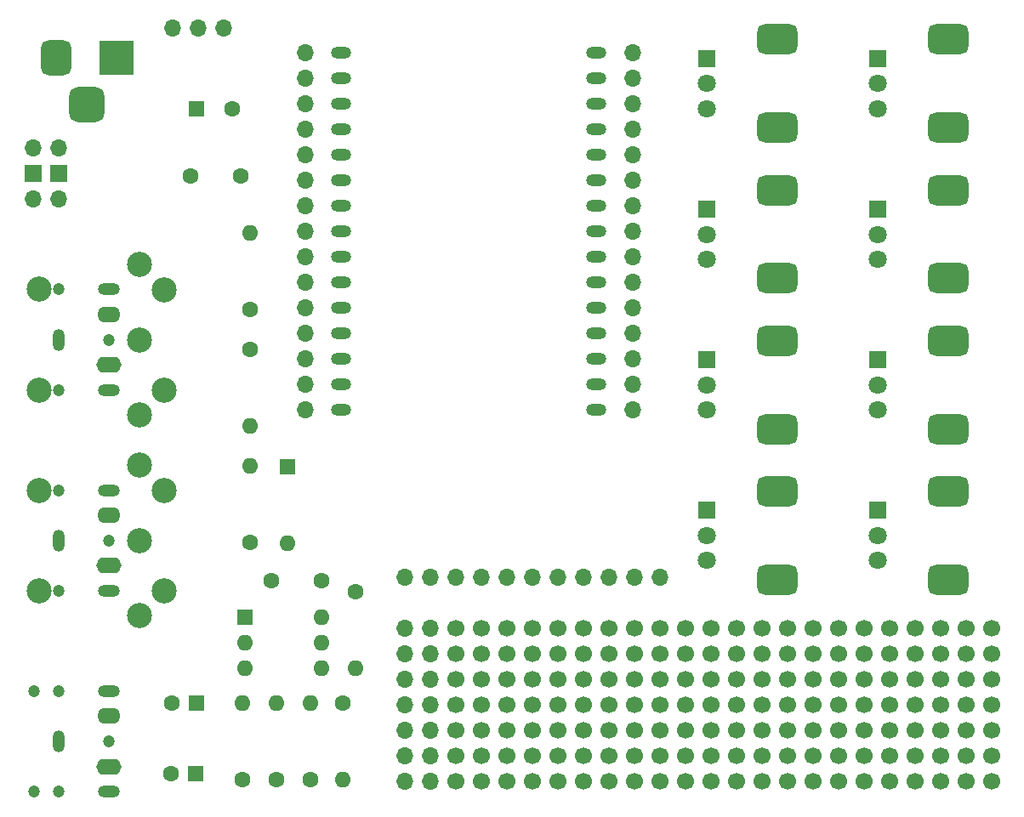
<source format=gbr>
%TF.GenerationSoftware,KiCad,Pcbnew,8.0.5*%
%TF.CreationDate,2024-11-21T14:48:29+00:00*%
%TF.ProjectId,ESP32MozziExperimenterShield,45535033-324d-46f7-9a7a-694578706572,rev?*%
%TF.SameCoordinates,Original*%
%TF.FileFunction,Soldermask,Top*%
%TF.FilePolarity,Negative*%
%FSLAX46Y46*%
G04 Gerber Fmt 4.6, Leading zero omitted, Abs format (unit mm)*
G04 Created by KiCad (PCBNEW 8.0.5) date 2024-11-21 14:48:29*
%MOMM*%
%LPD*%
G01*
G04 APERTURE LIST*
G04 Aperture macros list*
%AMRoundRect*
0 Rectangle with rounded corners*
0 $1 Rounding radius*
0 $2 $3 $4 $5 $6 $7 $8 $9 X,Y pos of 4 corners*
0 Add a 4 corners polygon primitive as box body*
4,1,4,$2,$3,$4,$5,$6,$7,$8,$9,$2,$3,0*
0 Add four circle primitives for the rounded corners*
1,1,$1+$1,$2,$3*
1,1,$1+$1,$4,$5*
1,1,$1+$1,$6,$7*
1,1,$1+$1,$8,$9*
0 Add four rect primitives between the rounded corners*
20,1,$1+$1,$2,$3,$4,$5,0*
20,1,$1+$1,$4,$5,$6,$7,0*
20,1,$1+$1,$6,$7,$8,$9,0*
20,1,$1+$1,$8,$9,$2,$3,0*%
G04 Aperture macros list end*
%ADD10C,1.700000*%
%ADD11R,1.800000X1.800000*%
%ADD12C,1.800000*%
%ADD13RoundRect,0.750000X-1.250000X-0.750000X1.250000X-0.750000X1.250000X0.750000X-1.250000X0.750000X0*%
%ADD14C,2.499360*%
%ADD15C,1.600000*%
%ADD16O,1.600000X1.600000*%
%ADD17R,1.600000X1.600000*%
%ADD18C,1.200000*%
%ADD19O,2.200000X1.200000*%
%ADD20O,2.300000X1.600000*%
%ADD21O,1.200000X2.200000*%
%ADD22O,2.500000X1.600000*%
%ADD23O,1.700000X1.700000*%
%ADD24O,2.000000X1.200000*%
%ADD25R,3.500000X3.500000*%
%ADD26RoundRect,0.750000X-0.750000X-1.000000X0.750000X-1.000000X0.750000X1.000000X-0.750000X1.000000X0*%
%ADD27RoundRect,0.875000X-0.875000X-0.875000X0.875000X-0.875000X0.875000X0.875000X-0.875000X0.875000X0*%
%ADD28R,1.700000X1.700000*%
G04 APERTURE END LIST*
D10*
%TO.C,*%
X96520000Y-121920000D03*
%TD*%
%TO.C,*%
X144780000Y-111760000D03*
%TD*%
D11*
%TO.C,RV8*%
X136000000Y-100000000D03*
D12*
X136000000Y-102500000D03*
X136000000Y-105000000D03*
D13*
X143000000Y-98100000D03*
X143000000Y-106900000D03*
%TD*%
D10*
%TO.C,*%
X99060000Y-114300000D03*
%TD*%
%TO.C,*%
X111760000Y-121920000D03*
%TD*%
%TO.C,*%
X147320000Y-124460000D03*
%TD*%
%TO.C,*%
X124460000Y-114300000D03*
%TD*%
%TO.C,*%
X119380000Y-124460000D03*
%TD*%
%TO.C,*%
X121920000Y-111760000D03*
%TD*%
%TO.C,*%
X106680000Y-127000000D03*
%TD*%
%TO.C,*%
X142240000Y-127000000D03*
%TD*%
D14*
%TO.C,J8*%
X52502300Y-97998740D03*
X52502300Y-108001260D03*
X62497200Y-110498080D03*
X62499740Y-103000000D03*
X62497200Y-95501920D03*
X64999100Y-107996180D03*
X64999100Y-98003820D03*
%TD*%
D10*
%TO.C,*%
X137160000Y-124460000D03*
%TD*%
%TO.C,*%
X119380000Y-116840000D03*
%TD*%
%TO.C,*%
X144780000Y-116840000D03*
%TD*%
%TO.C,*%
X147320000Y-116840000D03*
%TD*%
%TO.C,*%
X139700000Y-124460000D03*
%TD*%
%TO.C,*%
X119380000Y-114300000D03*
%TD*%
%TO.C,*%
X109220000Y-116840000D03*
%TD*%
%TO.C,*%
X127000000Y-111760000D03*
%TD*%
%TO.C,*%
X106680000Y-124460000D03*
%TD*%
%TO.C,*%
X109220000Y-121920000D03*
%TD*%
D15*
%TO.C,R7*%
X82710000Y-119230000D03*
D16*
X82710000Y-126850000D03*
%TD*%
D17*
%TO.C,D2*%
X77220000Y-95650000D03*
D16*
X77220000Y-103270000D03*
%TD*%
D10*
%TO.C,*%
X147320000Y-121920000D03*
%TD*%
%TO.C,*%
X93980000Y-121920000D03*
%TD*%
%TO.C,*%
X124460000Y-116840000D03*
%TD*%
D15*
%TO.C,R2*%
X72710000Y-126830000D03*
D16*
X72710000Y-119210000D03*
%TD*%
D10*
%TO.C,*%
X116840000Y-114300000D03*
%TD*%
%TO.C,*%
X139700000Y-127000000D03*
%TD*%
D11*
%TO.C,RV3*%
X119000000Y-85000000D03*
D12*
X119000000Y-87500000D03*
X119000000Y-90000000D03*
D13*
X126000000Y-83100000D03*
X126000000Y-91900000D03*
%TD*%
D11*
%TO.C,RV4*%
X119000000Y-100000000D03*
D12*
X119000000Y-102500000D03*
X119000000Y-105000000D03*
D13*
X126000000Y-98100000D03*
X126000000Y-106900000D03*
%TD*%
D10*
%TO.C,*%
X134620000Y-127000000D03*
%TD*%
%TO.C,*%
X121920000Y-124460000D03*
%TD*%
%TO.C,*%
X116840000Y-111760000D03*
%TD*%
%TO.C,*%
X119380000Y-121920000D03*
%TD*%
%TO.C,*%
X104140000Y-116840000D03*
%TD*%
%TO.C,*%
X134620000Y-116840000D03*
%TD*%
%TO.C,*%
X96520000Y-119380000D03*
%TD*%
%TO.C,*%
X121920000Y-114300000D03*
%TD*%
%TO.C,*%
X101600000Y-119380000D03*
%TD*%
D17*
%TO.C,C4*%
X68210000Y-60050000D03*
D15*
X71710000Y-60050000D03*
%TD*%
D10*
%TO.C,*%
X137160000Y-116840000D03*
%TD*%
%TO.C,*%
X109220000Y-124460000D03*
%TD*%
%TO.C,*%
X144780000Y-114300000D03*
%TD*%
%TO.C,*%
X142240000Y-121920000D03*
%TD*%
D18*
%TO.C,J6*%
X54500000Y-98000000D03*
X52000000Y-98000000D03*
X59500000Y-103000000D03*
X54500000Y-108000000D03*
X52000000Y-108000000D03*
D19*
X59500000Y-98000000D03*
D20*
X59500000Y-100500000D03*
D21*
X54500000Y-103000000D03*
D19*
X59500000Y-108000000D03*
D22*
X59500000Y-105500000D03*
%TD*%
D23*
%TO.C,J10*%
X91440000Y-111760000D03*
X91440000Y-114300000D03*
X91440000Y-116840000D03*
X91440000Y-119380000D03*
X91440000Y-121920000D03*
X91440000Y-124460000D03*
X91440000Y-127000000D03*
%TD*%
D10*
%TO.C,*%
X116840000Y-116840000D03*
%TD*%
D15*
%TO.C,R9*%
X73500000Y-80000000D03*
D16*
X73500000Y-72380000D03*
%TD*%
D10*
%TO.C,*%
X121920000Y-116840000D03*
%TD*%
%TO.C,*%
X119380000Y-119380000D03*
%TD*%
%TO.C,*%
X147320000Y-114300000D03*
%TD*%
D24*
%TO.C,U1*%
X108000000Y-90000000D03*
X108000000Y-87460000D03*
X108000000Y-84920000D03*
X108000000Y-82380000D03*
X108000000Y-79840000D03*
X108000000Y-77300000D03*
X108000000Y-74760000D03*
X108000000Y-72220000D03*
X108000000Y-69680000D03*
X108000000Y-67140000D03*
X108000000Y-64600000D03*
X108000000Y-62060000D03*
X108000000Y-59520000D03*
X108000000Y-56980000D03*
X108000000Y-54440000D03*
X82600000Y-54440000D03*
X82600000Y-56980000D03*
X82600000Y-59520000D03*
X82600000Y-62060000D03*
X82600000Y-64600000D03*
X82600000Y-67140000D03*
X82600000Y-69680000D03*
X82600000Y-72220000D03*
X82600000Y-74760000D03*
X82600000Y-77300000D03*
X82600000Y-79840000D03*
X82600000Y-82380000D03*
X82600000Y-84920000D03*
X82600000Y-87460000D03*
X82600000Y-90000000D03*
%TD*%
D15*
%TO.C,R6*%
X79500000Y-126840000D03*
D16*
X79500000Y-119220000D03*
%TD*%
D18*
%TO.C,J5*%
X54500000Y-118000000D03*
X52000000Y-118000000D03*
X59500000Y-123000000D03*
X54500000Y-128000000D03*
X52000000Y-128000000D03*
D19*
X59500000Y-118000000D03*
D20*
X59500000Y-120500000D03*
D21*
X54500000Y-123000000D03*
D19*
X59500000Y-128000000D03*
D22*
X59500000Y-125500000D03*
%TD*%
D10*
%TO.C,*%
X106680000Y-121920000D03*
%TD*%
%TO.C,*%
X99060000Y-121920000D03*
%TD*%
D18*
%TO.C,J7*%
X54500000Y-78000000D03*
X52000000Y-78000000D03*
X59500000Y-83000000D03*
X54500000Y-88000000D03*
X52000000Y-88000000D03*
D19*
X59500000Y-78000000D03*
D20*
X59500000Y-80500000D03*
D21*
X54500000Y-83000000D03*
D19*
X59500000Y-88000000D03*
D22*
X59500000Y-85500000D03*
%TD*%
D10*
%TO.C,*%
X99060000Y-111760000D03*
%TD*%
D15*
%TO.C,R10*%
X73500000Y-84000000D03*
D16*
X73500000Y-91620000D03*
%TD*%
D10*
%TO.C,*%
X124460000Y-124460000D03*
%TD*%
D25*
%TO.C,J3*%
X60220000Y-54922500D03*
D26*
X54220000Y-54922500D03*
D27*
X57220000Y-59622500D03*
%TD*%
D10*
%TO.C,*%
X96520000Y-114300000D03*
%TD*%
%TO.C,*%
X93980000Y-119380000D03*
%TD*%
%TO.C,*%
X127000000Y-121920000D03*
%TD*%
%TO.C,*%
X116840000Y-127000000D03*
%TD*%
%TO.C,*%
X132080000Y-127000000D03*
%TD*%
D23*
%TO.C,J13*%
X114300000Y-106680000D03*
X111760000Y-106680000D03*
X109220000Y-106680000D03*
X106680000Y-106680000D03*
X104140000Y-106680000D03*
X101600000Y-106680000D03*
X99060000Y-106680000D03*
X96520000Y-106680000D03*
X93980000Y-106680000D03*
X91440000Y-106680000D03*
X88900000Y-106680000D03*
%TD*%
D10*
%TO.C,*%
X139700000Y-114300000D03*
%TD*%
%TO.C,*%
X96520000Y-127000000D03*
%TD*%
%TO.C,*%
X93980000Y-111760000D03*
%TD*%
%TO.C,*%
X137160000Y-121920000D03*
%TD*%
%TO.C,*%
X142240000Y-116840000D03*
%TD*%
D11*
%TO.C,RV7*%
X136000000Y-85000000D03*
D12*
X136000000Y-87500000D03*
X136000000Y-90000000D03*
D13*
X143000000Y-83100000D03*
X143000000Y-91900000D03*
%TD*%
D10*
%TO.C,*%
X142240000Y-119380000D03*
%TD*%
%TO.C,*%
X111760000Y-119380000D03*
%TD*%
%TO.C,*%
X109220000Y-119380000D03*
%TD*%
%TO.C,*%
X124460000Y-127000000D03*
%TD*%
%TO.C,*%
X127000000Y-124460000D03*
%TD*%
%TO.C,*%
X93980000Y-116840000D03*
%TD*%
D15*
%TO.C,C6*%
X80600000Y-107030000D03*
X75600000Y-107030000D03*
%TD*%
D10*
%TO.C,*%
X124460000Y-121920000D03*
%TD*%
D11*
%TO.C,RV6*%
X136000000Y-70000000D03*
D12*
X136000000Y-72500000D03*
X136000000Y-75000000D03*
D13*
X143000000Y-68100000D03*
X143000000Y-76900000D03*
%TD*%
D10*
%TO.C,*%
X109220000Y-114300000D03*
%TD*%
%TO.C,*%
X137160000Y-119380000D03*
%TD*%
%TO.C,*%
X116840000Y-119380000D03*
%TD*%
%TO.C,*%
X147320000Y-119380000D03*
%TD*%
%TO.C,*%
X129540000Y-121920000D03*
%TD*%
%TO.C,*%
X101600000Y-116840000D03*
%TD*%
%TO.C,*%
X101600000Y-121920000D03*
%TD*%
%TO.C,*%
X139700000Y-116840000D03*
%TD*%
%TO.C,*%
X119380000Y-111760000D03*
%TD*%
%TO.C,*%
X104140000Y-119380000D03*
%TD*%
%TO.C,*%
X139700000Y-119380000D03*
%TD*%
%TO.C,*%
X96520000Y-124460000D03*
%TD*%
%TO.C,*%
X129540000Y-124460000D03*
%TD*%
%TO.C,*%
X101600000Y-111760000D03*
%TD*%
D15*
%TO.C,R11*%
X84000000Y-108080000D03*
D16*
X84000000Y-115700000D03*
%TD*%
D10*
%TO.C,*%
X101600000Y-114300000D03*
%TD*%
%TO.C,*%
X106680000Y-119380000D03*
%TD*%
%TO.C,*%
X129540000Y-116840000D03*
%TD*%
%TO.C,*%
X127000000Y-119380000D03*
%TD*%
%TO.C,*%
X142240000Y-111760000D03*
%TD*%
%TO.C,*%
X132080000Y-116840000D03*
%TD*%
%TO.C,*%
X139700000Y-111760000D03*
%TD*%
%TO.C,*%
X106680000Y-111760000D03*
%TD*%
%TO.C,*%
X114300000Y-111760000D03*
%TD*%
%TO.C,*%
X101600000Y-124460000D03*
%TD*%
%TO.C,*%
X104140000Y-124460000D03*
%TD*%
%TO.C,*%
X111760000Y-116840000D03*
%TD*%
D23*
%TO.C,J2*%
X79000000Y-90000000D03*
X79000000Y-87460000D03*
X79000000Y-84920000D03*
X79000000Y-82380000D03*
X79000000Y-79840000D03*
X79000000Y-77300000D03*
X79000000Y-74760000D03*
X79000000Y-72220000D03*
X79000000Y-69680000D03*
X79000000Y-67140000D03*
X79000000Y-64600000D03*
X79000000Y-62060000D03*
X79000000Y-59520000D03*
X79000000Y-56980000D03*
X79000000Y-54440000D03*
%TD*%
D10*
%TO.C,*%
X121920000Y-121920000D03*
%TD*%
%TO.C,*%
X144780000Y-124460000D03*
%TD*%
D17*
%TO.C,C3*%
X68127626Y-126180000D03*
D15*
X65627626Y-126180000D03*
%TD*%
D10*
%TO.C,*%
X111760000Y-111760000D03*
%TD*%
%TO.C,*%
X134620000Y-121920000D03*
%TD*%
%TO.C,*%
X106680000Y-114300000D03*
%TD*%
%TO.C,*%
X114300000Y-119380000D03*
%TD*%
%TO.C,*%
X132080000Y-119380000D03*
%TD*%
%TO.C,*%
X132080000Y-111760000D03*
%TD*%
D11*
%TO.C,RV5*%
X136000000Y-55000000D03*
D12*
X136000000Y-57500000D03*
X136000000Y-60000000D03*
D13*
X143000000Y-53100000D03*
X143000000Y-61900000D03*
%TD*%
D17*
%TO.C,U2*%
X72980000Y-110640000D03*
D16*
X72980000Y-113180000D03*
X72980000Y-115720000D03*
X80600000Y-115720000D03*
X80600000Y-113180000D03*
X80600000Y-110640000D03*
%TD*%
D23*
%TO.C,J12*%
X54440000Y-69000000D03*
D28*
X54440000Y-66460000D03*
D23*
X54440000Y-63920000D03*
%TD*%
D10*
%TO.C,*%
X129540000Y-114300000D03*
%TD*%
%TO.C,*%
X144780000Y-127000000D03*
%TD*%
%TO.C,*%
X99060000Y-124460000D03*
%TD*%
%TO.C,*%
X114300000Y-121920000D03*
%TD*%
%TO.C,*%
X111760000Y-127000000D03*
%TD*%
%TO.C,*%
X109220000Y-127000000D03*
%TD*%
%TO.C,*%
X142240000Y-114300000D03*
%TD*%
%TO.C,*%
X96520000Y-111760000D03*
%TD*%
%TO.C,*%
X139700000Y-121920000D03*
%TD*%
D15*
%TO.C,R1*%
X76150000Y-126840000D03*
D16*
X76150000Y-119220000D03*
%TD*%
D10*
%TO.C,*%
X119380000Y-127000000D03*
%TD*%
%TO.C,*%
X101600000Y-127000000D03*
%TD*%
%TO.C,*%
X124460000Y-119380000D03*
%TD*%
%TO.C,*%
X93980000Y-114300000D03*
%TD*%
D15*
%TO.C,R8*%
X73500000Y-103220000D03*
D16*
X73500000Y-95600000D03*
%TD*%
D10*
%TO.C,*%
X147320000Y-127000000D03*
%TD*%
%TO.C,*%
X137160000Y-111760000D03*
%TD*%
%TO.C,*%
X144780000Y-121920000D03*
%TD*%
%TO.C,*%
X132080000Y-124460000D03*
%TD*%
D23*
%TO.C,SW1*%
X65820000Y-51970000D03*
X68360000Y-51970000D03*
X70900000Y-51970000D03*
%TD*%
D10*
%TO.C,*%
X104140000Y-121920000D03*
%TD*%
%TO.C,*%
X109220000Y-111760000D03*
%TD*%
%TO.C,*%
X121920000Y-127000000D03*
%TD*%
D15*
%TO.C,C5*%
X67580000Y-66720000D03*
X72580000Y-66720000D03*
%TD*%
D10*
%TO.C,*%
X129540000Y-111760000D03*
%TD*%
%TO.C,*%
X132080000Y-114300000D03*
%TD*%
%TO.C,*%
X127000000Y-114300000D03*
%TD*%
%TO.C,*%
X104140000Y-127000000D03*
%TD*%
D23*
%TO.C,J1*%
X111580000Y-90000000D03*
X111580000Y-87460000D03*
X111580000Y-84920000D03*
X111580000Y-82380000D03*
X111580000Y-79840000D03*
X111580000Y-77300000D03*
X111580000Y-74760000D03*
X111580000Y-72220000D03*
X111580000Y-69680000D03*
X111580000Y-67140000D03*
X111580000Y-64600000D03*
X111580000Y-62060000D03*
X111580000Y-59520000D03*
X111580000Y-56980000D03*
X111580000Y-54440000D03*
%TD*%
D14*
%TO.C,J9*%
X52502300Y-77998740D03*
X52502300Y-88001260D03*
X62497200Y-90498080D03*
X62499740Y-83000000D03*
X62497200Y-75501920D03*
X64999100Y-87996180D03*
X64999100Y-78003820D03*
%TD*%
D10*
%TO.C,*%
X99060000Y-127000000D03*
%TD*%
%TO.C,*%
X93980000Y-127000000D03*
%TD*%
%TO.C,*%
X134620000Y-124460000D03*
%TD*%
%TO.C,*%
X129540000Y-119380000D03*
%TD*%
%TO.C,*%
X106680000Y-116840000D03*
%TD*%
%TO.C,*%
X121920000Y-119380000D03*
%TD*%
%TO.C,*%
X127000000Y-116840000D03*
%TD*%
D23*
%TO.C,J4*%
X88900000Y-111760000D03*
X88900000Y-114300000D03*
X88900000Y-116840000D03*
X88900000Y-119380000D03*
X88900000Y-121920000D03*
X88900000Y-124460000D03*
X88900000Y-127000000D03*
%TD*%
D10*
%TO.C,*%
X104140000Y-111760000D03*
%TD*%
%TO.C,*%
X144780000Y-119380000D03*
%TD*%
D17*
%TO.C,C1*%
X68207626Y-119160000D03*
D15*
X65707626Y-119160000D03*
%TD*%
D10*
%TO.C,*%
X147320000Y-111760000D03*
%TD*%
%TO.C,*%
X132080000Y-121920000D03*
%TD*%
D11*
%TO.C,RV1*%
X119000000Y-55000000D03*
D12*
X119000000Y-57500000D03*
X119000000Y-60000000D03*
D13*
X126000000Y-53100000D03*
X126000000Y-61900000D03*
%TD*%
D10*
%TO.C,*%
X111760000Y-114300000D03*
%TD*%
%TO.C,*%
X116840000Y-124460000D03*
%TD*%
%TO.C,*%
X142240000Y-124460000D03*
%TD*%
%TO.C,*%
X96520000Y-116840000D03*
%TD*%
%TO.C,*%
X93980000Y-124460000D03*
%TD*%
%TO.C,*%
X104140000Y-114300000D03*
%TD*%
%TO.C,*%
X134620000Y-111760000D03*
%TD*%
%TO.C,*%
X137160000Y-114300000D03*
%TD*%
%TO.C,*%
X134620000Y-119380000D03*
%TD*%
D23*
%TO.C,J11*%
X51900000Y-69000000D03*
D28*
X51900000Y-66460000D03*
D23*
X51900000Y-63920000D03*
%TD*%
D10*
%TO.C,*%
X134620000Y-114300000D03*
%TD*%
%TO.C,*%
X127000000Y-127000000D03*
%TD*%
%TO.C,*%
X99060000Y-116840000D03*
%TD*%
%TO.C,*%
X114300000Y-114300000D03*
%TD*%
%TO.C,*%
X99060000Y-119380000D03*
%TD*%
%TO.C,*%
X114300000Y-116840000D03*
%TD*%
%TO.C,*%
X129540000Y-127000000D03*
%TD*%
D11*
%TO.C,RV2*%
X119000000Y-70000000D03*
D12*
X119000000Y-72500000D03*
X119000000Y-75000000D03*
D13*
X126000000Y-68100000D03*
X126000000Y-76900000D03*
%TD*%
D10*
%TO.C,*%
X114300000Y-124460000D03*
%TD*%
%TO.C,*%
X137160000Y-127000000D03*
%TD*%
%TO.C,*%
X124460000Y-111760000D03*
%TD*%
%TO.C,*%
X111760000Y-124460000D03*
%TD*%
%TO.C,*%
X114300000Y-127000000D03*
%TD*%
%TO.C,*%
X116840000Y-121920000D03*
%TD*%
M02*

</source>
